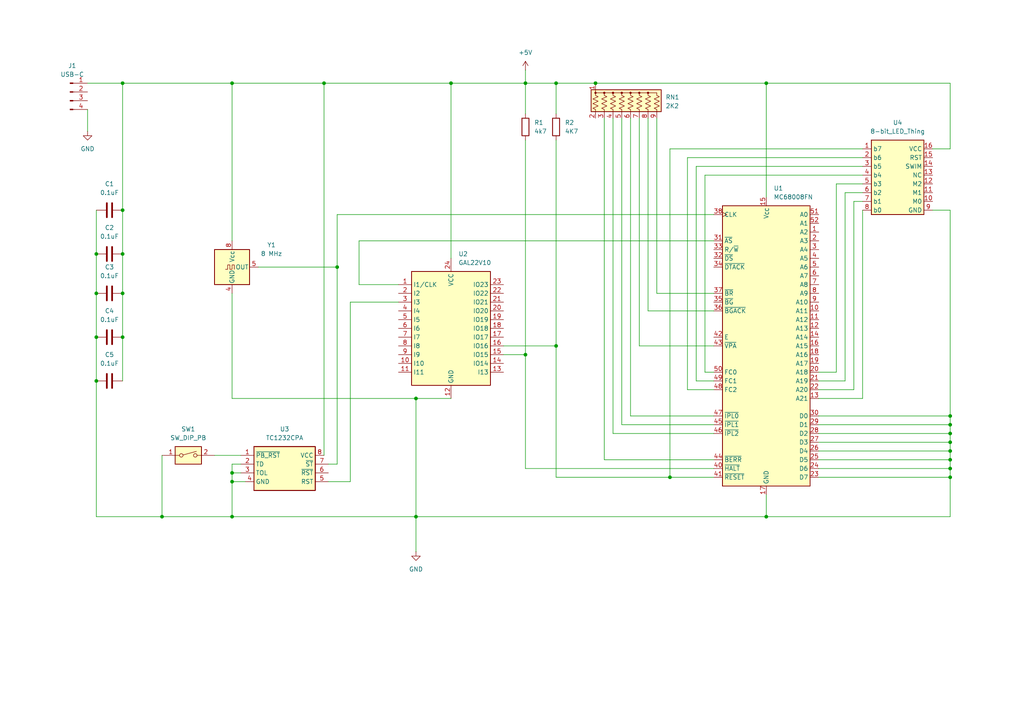
<source format=kicad_sch>
(kicad_sch (version 20250114) (generator "eeschema") (generator_version "9.0")
  (paper "A4")
  (title_block (title "68008 PLCC Tester") (date "2025-10-03") (company "Emil Lenc"))
  (lib_symbols
    (symbol "CPU_NXP_68000:MC68008FN"
      (property "Reference" "U" (at -11.684 42.164 0))
      (property "Value" "MC68008FN" (at 8.636 42.164 0))
      (symbol "MC68008FN_0_1"
        (rectangle (start -12.7 40.64) (end 12.7 -40.64) (stroke (width 0.254)) (fill (type background)))
      )
      (symbol "MC68008FN_1_1"
        (pin input clock (at -15.24 38.1 0) (length 2.54) (name "CLK") (number "38"))
        (pin tri_state line (at -15.24 30.48 0) (length 2.54) (name "~{AS}") (number "31"))
        (pin tri_state line (at -15.24 27.94 0) (length 2.54) (name "R/~{W}") (number "33"))
        (pin tri_state line (at -15.24 25.4 0) (length 2.54) (name "~{DS}") (number "32"))
        (pin input line (at -15.24 22.86 0) (length 2.54) (name "~{DTACK}") (number "34"))
        (pin input line (at -15.24 15.24 0) (length 2.54) (name "~{BR}") (number "37"))
        (pin output line (at -15.24 12.7 0) (length 2.54) (name "~{BG}") (number "35"))
        (pin input line (at -15.24 10.16 0) (length 2.54) (name "~{BGACK}") (number "36"))
        (pin output line (at -15.24 2.54 0) (length 2.54) (name "E") (number "42"))
        (pin input line (at -15.24 0 0) (length 2.54) (name "~{VPA}") (number "43"))
        (pin tri_state line (at -15.24 -7.62 0) (length 2.54) (name "FC0") (number "50"))
        (pin tri_state line (at -15.24 -10.16 0) (length 2.54) (name "FC1") (number "49"))
        (pin tri_state line (at -15.24 -12.7 0) (length 2.54) (name "FC2") (number "48"))
        (pin input line (at -15.24 -20.32 0) (length 2.54) (name "~{IPL0}") (number "47"))
        (pin input line (at -15.24 -22.86 0) (length 2.54) (name "~{IPL1}") (number "45"))
        (pin input line (at -15.24 -25.4 0) (length 2.54) (name "~{IPL2}") (number "46"))
        (pin input line (at -15.24 -33.02 0) (length 2.54) (name "~{BERR}") (number "44"))
        (pin bidirectional line (at -15.24 -35.56 0) (length 2.54) (name "~{HALT}") (number "40"))
        (pin bidirectional line (at -15.24 -38.1 0) (length 2.54) (name "~{RESET}") (number "41"))
        (pin power_in line (at 0 43.18 270) (length 2.54) (name "V_{CC}") (number "15"))
        (pin power_in line (at 0 -43.18 90) (length 2.54) (name "GND") (number "17"))
        (pin passive line (at 0 -43.18 90) (length 2.54) (hide yes) (name "GND") (number "39"))
        (pin tri_state line (at 15.24 38.1 180) (length 2.54) (name "A0") (number "51"))
        (pin tri_state line (at 15.24 35.56 180) (length 2.54) (name "A1") (number "52"))
        (pin tri_state line (at 15.24 33.02 180) (length 2.54) (name "A2") (number "1"))
        (pin tri_state line (at 15.24 30.48 180) (length 2.54) (name "A3") (number "2"))
        (pin tri_state line (at 15.24 27.94 180) (length 2.54) (name "A4") (number "3"))
        (pin tri_state line (at 15.24 25.4 180) (length 2.54) (name "A5") (number "4"))
        (pin tri_state line (at 15.24 22.86 180) (length 2.54) (name "A6") (number "5"))
        (pin tri_state line (at 15.24 20.32 180) (length 2.54) (name "A7") (number "6"))
        (pin tri_state line (at 15.24 17.78 180) (length 2.54) (name "A8") (number "7"))
        (pin tri_state line (at 15.24 15.24 180) (length 2.54) (name "A9") (number "8"))
        (pin tri_state line (at 15.24 12.7 180) (length 2.54) (name "A10") (number "9"))
        (pin tri_state line (at 15.24 10.16 180) (length 2.54) (name "A11") (number "10"))
        (pin tri_state line (at 15.24 7.62 180) (length 2.54) (name "A12") (number "11"))
        (pin tri_state line (at 15.24 5.08 180) (length 2.54) (name "A13") (number "12"))
        (pin tri_state line (at 15.24 2.54 180) (length 2.54) (name "A14") (number "14"))
        (pin tri_state line (at 15.24 0 180) (length 2.54) (name "A15") (number "16"))
        (pin tri_state line (at 15.24 -2.54 180) (length 2.54) (name "A16") (number "18"))
        (pin tri_state line (at 15.24 -5.08 180) (length 2.54) (name "A17") (number "19"))
        (pin tri_state line (at 15.24 -7.62 180) (length 2.54) (name "A18") (number "20"))
        (pin tri_state line (at 15.24 -10.16 180) (length 2.54) (name "A19") (number "21"))
        (pin tri_state line (at 15.24 -12.7 180) (length 2.54) (name "A20") (number "22"))
        (pin tri_state line (at 15.24 -15.24 180) (length 2.54) (name "A21") (number "13"))
        (pin bidirectional line (at 15.24 -20.32 180) (length 2.54) (name "D0") (number "30"))
        (pin bidirectional line (at 15.24 -22.86 180) (length 2.54) (name "D1") (number "29"))
        (pin bidirectional line (at 15.24 -25.4 180) (length 2.54) (name "D2") (number "28"))
        (pin bidirectional line (at 15.24 -27.94 180) (length 2.54) (name "D3") (number "27"))
        (pin bidirectional line (at 15.24 -30.48 180) (length 2.54) (name "D4") (number "26"))
        (pin bidirectional line (at 15.24 -33.02 180) (length 2.54) (name "D5") (number "25"))
        (pin bidirectional line (at 15.24 -35.56 180) (length 2.54) (name "D6") (number "24"))
        (pin bidirectional line (at 15.24 -38.1 180) (length 2.54) (name "D7") (number "23"))
      )
    )
    (symbol "Connector:Conn_01x04_Pin" (pin_names (offset 1.016) (hide yes))
      (property "Reference" "J" (at 0 5.08 0))
      (property "Value" "Conn_01x04_Pin" (at 0 -7.62 0))
      (symbol "Conn_01x04_Pin_1_1"
        (rectangle (start 0.8636 2.667) (end 0 2.413) (stroke (width 0.1524)) (fill (type outline)))
        (rectangle (start 0.8636 0.127) (end 0 -0.127) (stroke (width 0.1524)) (fill (type outline)))
        (rectangle (start 0.8636 -2.413) (end 0 -2.667) (stroke (width 0.1524)) (fill (type outline)))
        (rectangle (start 0.8636 -4.953) (end 0 -5.207) (stroke (width 0.1524)) (fill (type outline)))
        (polyline (pts (xy 1.27 2.54) (xy 0.8636 2.54)) (stroke (width 0.1524)))
        (polyline (pts (xy 1.27 0) (xy 0.8636 0)) (stroke (width 0.1524)))
        (polyline (pts (xy 1.27 -2.54) (xy 0.8636 -2.54)) (stroke (width 0.1524)))
        (polyline (pts (xy 1.27 -5.08) (xy 0.8636 -5.08)) (stroke (width 0.1524)))
        (pin passive line (at 5.08 2.54 180) (length 3.81) (name "Pin_1") (number "1"))
        (pin passive line (at 5.08 0 180) (length 3.81) (name "Pin_2") (number "2"))
        (pin passive line (at 5.08 -2.54 180) (length 3.81) (name "Pin_3") (number "3"))
        (pin passive line (at 5.08 -5.08 180) (length 3.81) (name "Pin_4") (number "4"))
      )
    )
    (symbol "Custom:8-bit_LED_Thing"
      (property "Reference" "U" (at -7.62 8.128 0))
      (property "Value" "8-bit_LED_Thing" (at -7.62 -16.51 0))
      (symbol "8-bit_LED_Thing_1_0"
        (pin input line (at -10.16 3.81 0) (length 2.54) (name "b7") (number "1"))
        (pin input line (at -10.16 1.27 0) (length 2.54) (name "b6") (number "2"))
        (pin input line (at -10.16 -1.27 0) (length 2.54) (name "b5") (number "3"))
        (pin input line (at -10.16 -3.81 0) (length 2.54) (name "b4") (number "4"))
        (pin input line (at -10.16 -6.35 0) (length 2.54) (name "b3") (number "5"))
        (pin input line (at -10.16 -8.89 0) (length 2.54) (name "b2") (number "6"))
        (pin input line (at -10.16 -11.43 0) (length 2.54) (name "b1") (number "7"))
        (pin input line (at -10.16 -13.97 0) (length 2.54) (name "b0") (number "8"))
        (pin power_in line (at 10.16 3.81 180) (length 2.54) (name "VCC") (number "16"))
        (pin input line (at 10.16 1.27 180) (length 2.54) (name "RST") (number "15"))
        (pin input line (at 10.16 -1.27 180) (length 2.54) (name "SWIM") (number "14"))
        (pin free line (at 10.16 -3.81 180) (length 2.54) (name "NC") (number "13"))
        (pin input line (at 10.16 -6.35 180) (length 2.54) (name "M2") (number "12"))
        (pin input line (at 10.16 -8.89 180) (length 2.54) (name "M1") (number "11"))
        (pin input line (at 10.16 -11.43 180) (length 2.54) (name "M0") (number "10"))
        (pin power_in line (at 10.16 -13.97 180) (length 2.54) (name "GND") (number "9"))
      )
      (symbol "8-bit_LED_Thing_1_1"
        (rectangle (start -7.62 6.35) (end 7.62 -15.24) (stroke (width 0.254)) (fill (type background)))
      )
    )
    (symbol "Custom:SW_DIP_PB" (pin_names (offset 0) (hide yes))
      (property "Reference" "SW" (at 0 6.35 0))
      (property "Value" "SW_DIP_PB" (at 0 -2.54 0))
      (symbol "SW_DIP_PB_0_0"
        (circle (center -2.032 2.54) (radius 0.508))
        (polyline (pts (xy -1.524 2.667) (xy 2.3622 3.7084)))
        (circle (center 2.032 2.54) (radius 0.508))
      )
      (symbol "SW_DIP_PB_0_1"
        (rectangle (start -3.81 5.08) (end 3.81 0) (stroke (width 0.254)) (fill (type background)))
      )
      (symbol "SW_DIP_PB_1_1"
        (pin passive line (at -7.62 2.54 0) (length 5.08) (name "~") (number "1"))
        (pin passive line (at 7.62 2.54 180) (length 5.08) (name "~") (number "2"))
      )
    )
    (symbol "Custom:TC1232CPA"
      (property "Reference" "U" (at -10.16 8.89 0))
      (property "Value" "TC1232CPA" (at 2.54 8.89 0))
      (symbol "TC1232CPA_0_1"
        (rectangle (start -8.89 7.62) (end 8.89 -5.08) (stroke (width 0.254)) (fill (type background)))
        (rectangle (start -8.89 7.62) (end 8.89 -5.08) (stroke (width 0.254)) (fill (type background)))
      )
      (symbol "TC1232CPA_1_0"
        (pin power_in line (at -11.43 -2.54 0) (length 2.54) (name "GND") (number "4"))
        (pin power_in line (at 11.43 5.08 180) (length 2.54) (name "VCC") (number "8"))
      )
      (symbol "TC1232CPA_1_1"
        (pin input line (at -12.7 5.08 0) (length 3.81) (name "~{PB_RST}") (number "1"))
        (pin input line (at -12.7 2.54 0) (length 3.81) (name "TD") (number "2"))
        (pin input line (at -12.7 0 0) (length 3.81) (name "TOL") (number "3"))
        (pin input line (at 12.7 2.54 180) (length 3.81) (name "~{ST}") (number "7"))
        (pin output line (at 12.7 0 180) (length 3.81) (name "~{RST}") (number "6"))
        (pin output line (at 12.7 -2.54 180) (length 3.81) (name "RST") (number "5"))
      )
    )
    (symbol "Device:C" (pin_numbers (hide yes)) (pin_names (offset 0.254))
      (property "Reference" "C" (at 0.635 2.54 0))
      (property "Value" "C" (at 0.635 -2.54 0))
      (symbol "C_0_1"
        (polyline (pts (xy -2.032 0.762) (xy 2.032 0.762)) (stroke (width 0.508)))
        (polyline (pts (xy -2.032 -0.762) (xy 2.032 -0.762)) (stroke (width 0.508)))
      )
      (symbol "C_1_1"
        (pin passive line (at 0 3.81 270) (length 2.794) (name "~") (number "1"))
        (pin passive line (at 0 -3.81 90) (length 2.794) (name "~") (number "2"))
      )
    )
    (symbol "Device:R" (pin_numbers (hide yes)) (pin_names (offset 0))
      (property "Reference" "R" (at 2.032 0 90))
      (property "Value" "R" (at 0 0 90))
      (symbol "R_0_1"
        (rectangle (start -1.016 -2.54) (end 1.016 2.54) (stroke (width 0.254)))
      )
      (symbol "R_1_1"
        (pin passive line (at 0 3.81 270) (length 1.27) (name "~") (number "1"))
        (pin passive line (at 0 -3.81 90) (length 1.27) (name "~") (number "2"))
      )
    )
    (symbol "Device:R_Network08_US" (pin_names (offset 0) (hide yes))
      (property "Reference" "RN" (at -12.7 0 90))
      (property "Value" "R_Network08_US" (at 10.16 0 90))
      (symbol "R_Network08_US_0_1"
        (rectangle (start -11.43 -3.175) (end 8.89 3.175) (stroke (width 0.254)) (fill (type background)))
        (circle (center -10.16 2.286) (radius 0.254) (fill (type outline)))
        (polyline (pts (xy -10.16 2.286) (xy 7.62 2.286)))
        (polyline (pts (xy -10.16 2.286) (xy -10.16 1.524) (xy -9.398 1.1684) (xy -10.922 0.508) (xy -9.398 -0.1524) (xy -10.922 -0.8382) (xy -9.398 -1.524) (xy -10.922 -2.1844) (xy -10.16 -2.54) (xy -10.16 -3.81)))
        (circle (center -7.62 2.286) (radius 0.254) (fill (type outline)))
        (polyline (pts (xy -7.62 2.286) (xy -7.62 1.524) (xy -6.858 1.1684) (xy -8.382 0.508) (xy -6.858 -0.1524) (xy -8.382 -0.8382) (xy -6.858 -1.524) (xy -8.382 -2.1844) (xy -7.62 -2.54) (xy -7.62 -3.81)))
        (circle (center -5.08 2.286) (radius 0.254) (fill (type outline)))
        (polyline (pts (xy -5.08 2.286) (xy -5.08 1.524) (xy -4.318 1.1684) (xy -5.842 0.508) (xy -4.318 -0.1524) (xy -5.842 -0.8382) (xy -4.318 -1.524) (xy -5.842 -2.1844) (xy -5.08 -2.54) (xy -5.08 -3.81)))
        (circle (center -2.54 2.286) (radius 0.254) (fill (type outline)))
        (polyline (pts (xy -2.54 2.286) (xy -2.54 1.524) (xy -1.778 1.1684) (xy -3.302 0.508) (xy -1.778 -0.1524) (xy -3.302 -0.8382) (xy -1.778 -1.524) (xy -3.302 -2.1844) (xy -2.54 -2.54) (xy -2.54 -3.81)))
        (circle (center 0 2.286) (radius 0.254) (fill (type outline)))
        (polyline (pts (xy 0 2.286) (xy 0 1.524) (xy 0.762 1.1684) (xy -0.762 0.508) (xy 0.762 -0.1524) (xy -0.762 -0.8382) (xy 0.762 -1.524) (xy -0.762 -2.1844) (xy 0 -2.54) (xy 0 -3.81)))
        (polyline (pts (xy 2.54 2.286) (xy 2.54 1.524) (xy 3.302 1.1684) (xy 1.778 0.508) (xy 3.302 -0.1524) (xy 1.778 -0.8382) (xy 3.302 -1.524) (xy 1.778 -2.1844) (xy 2.54 -2.54) (xy 2.54 -3.81)))
        (circle (center 2.54 2.286) (radius 0.254) (fill (type outline)))
        (polyline (pts (xy 5.08 2.286) (xy 5.08 1.524) (xy 5.842 1.1684) (xy 4.318 0.508) (xy 5.842 -0.1524) (xy 4.318 -0.8382) (xy 5.842 -1.524) (xy 4.318 -2.1844) (xy 5.08 -2.54) (xy 5.08 -3.81)))
        (circle (center 5.08 2.286) (radius 0.254) (fill (type outline)))
        (polyline (pts (xy 7.62 2.286) (xy 7.62 1.524) (xy 8.382 1.1684) (xy 6.858 0.508) (xy 8.382 -0.1524) (xy 6.858 -0.8382) (xy 8.382 -1.524) (xy 6.858 -2.1844) (xy 7.62 -2.54) (xy 7.62 -3.81)))
      )
      (symbol "R_Network08_US_1_1"
        (pin passive line (at -10.16 5.08 270) (length 2.54) (name "common") (number "1"))
        (pin passive line (at -10.16 -5.08 90) (length 1.27) (name "R1") (number "2"))
        (pin passive line (at -7.62 -5.08 90) (length 1.27) (name "R2") (number "3"))
        (pin passive line (at -5.08 -5.08 90) (length 1.27) (name "R3") (number "4"))
        (pin passive line (at -2.54 -5.08 90) (length 1.27) (name "R4") (number "5"))
        (pin passive line (at 0 -5.08 90) (length 1.27) (name "R5") (number "6"))
        (pin passive line (at 2.54 -5.08 90) (length 1.27) (name "R6") (number "7"))
        (pin passive line (at 5.08 -5.08 90) (length 1.27) (name "R7") (number "8"))
        (pin passive line (at 7.62 -5.08 90) (length 1.27) (name "R8") (number "9"))
      )
    )
    (symbol "Logic_Programmable:PEEL22CV10AP"
      (property "Reference" "U" (at 0 0 0))
      (property "Value" "PEEL22CV10AP" (at 0 0 0))
      (symbol "PEEL22CV10AP_1_0"
        (pin power_in line (at 0 20.32 270) (length 3.81) (name "VCC") (number "24"))
        (pin power_in line (at 0 -20.32 90) (length 3.81) (name "GND") (number "12"))
      )
      (symbol "PEEL22CV10AP_1_1"
        (rectangle (start -11.43 16.51) (end 11.43 -16.51) (stroke (width 0.254)) (fill (type background)))
        (pin input line (at -15.24 12.7 0) (length 3.81) (name "I1/CLK") (number "1"))
        (pin input line (at -15.24 10.16 0) (length 3.81) (name "I2") (number "2"))
        (pin input line (at -15.24 7.62 0) (length 3.81) (name "I3") (number "3"))
        (pin input line (at -15.24 5.08 0) (length 3.81) (name "I4") (number "4"))
        (pin input line (at -15.24 2.54 0) (length 3.81) (name "I5") (number "5"))
        (pin input line (at -15.24 0 0) (length 3.81) (name "I6") (number "6"))
        (pin input line (at -15.24 -2.54 0) (length 3.81) (name "I7") (number "7"))
        (pin input line (at -15.24 -5.08 0) (length 3.81) (name "I8") (number "8"))
        (pin input line (at -15.24 -7.62 0) (length 3.81) (name "I9") (number "9"))
        (pin input line (at -15.24 -10.16 0) (length 3.81) (name "I10") (number "10"))
        (pin input line (at -15.24 -12.7 0) (length 3.81) (name "I11") (number "11"))
        (pin tri_state line (at 15.24 12.7 180) (length 3.81) (name "IO23") (number "23"))
        (pin tri_state line (at 15.24 10.16 180) (length 3.81) (name "IO22") (number "22"))
        (pin tri_state line (at 15.24 7.62 180) (length 3.81) (name "IO21") (number "21"))
        (pin tri_state line (at 15.24 5.08 180) (length 3.81) (name "IO20") (number "20"))
        (pin tri_state line (at 15.24 2.54 180) (length 3.81) (name "IO19") (number "19"))
        (pin tri_state line (at 15.24 0 180) (length 3.81) (name "IO18") (number "18"))
        (pin tri_state line (at 15.24 -2.54 180) (length 3.81) (name "IO17") (number "17"))
        (pin tri_state line (at 15.24 -5.08 180) (length 3.81) (name "IO16") (number "16"))
        (pin tri_state line (at 15.24 -7.62 180) (length 3.81) (name "IO15") (number "15"))
        (pin tri_state line (at 15.24 -10.16 180) (length 3.81) (name "IO14") (number "14"))
        (pin input line (at 15.24 -12.7 180) (length 3.81) (name "I13") (number "13"))
      )
    )
    (symbol "Oscillator:CXO_DIP8" (pin_names (offset 0.254))
      (property "Reference" "Y1" (at 11.43 6.4202 0))
      (property "Value" "CXO_DIP8" (at 11.43 3.8802 0))
      (symbol "CXO_DIP8_0_1"
        (rectangle (start -5.08 5.08) (end 5.08 -5.08) (stroke (width 0.254)) (fill (type background)))
        (polyline (pts (xy -1.905 -0.635) (xy -1.27 -0.635) (xy -1.27 0.635) (xy -0.635 0.635) (xy -0.635 -0.635) (xy 0 -0.635) (xy 0 0.635) (xy 0.635 0.635) (xy 0.635 -0.635)))
      )
      (symbol "CXO_DIP8_1_1"
        (pin power_in line (at 0 7.62 270) (length 2.54) (name "Vcc") (number "8"))
        (pin power_in line (at 0 -7.62 90) (length 2.54) (name "GND") (number "4"))
        (pin output line (at 7.62 0 180) (length 2.54) (name "OUT") (number "5"))
      )
    )
    (symbol "power:+5V" (power) (pin_numbers (hide yes)) (pin_names (offset 0) (hide yes))
      (property "Value" "+5V" (at 0 3.556 0))
      (symbol "+5V_0_1"
        (polyline (pts (xy -0.762 1.27) (xy 0 2.54)))
        (polyline (pts (xy 0 2.54) (xy 0.762 1.27)))
        (polyline (pts (xy 0 0) (xy 0 2.54)))
      )
      (symbol "+5V_1_1"
        (pin power_in line (at 0 0 90) (length 0) (name "~") (number "1"))
      )
    )
    (symbol "power:GND" (power) (pin_numbers (hide yes)) (pin_names (offset 0) (hide yes))
      (property "Value" "GND" (at 0 -3.81 0))
      (symbol "GND_0_1"
        (polyline (pts (xy 0 0) (xy 0 -1.27) (xy 1.27 -1.27) (xy 0 -2.54) (xy -1.27 -1.27) (xy 0 -1.27)))
      )
      (symbol "GND_1_1"
        (pin power_in line (at 0 0 270) (length 0) (name "~") (number "1"))
      )
    )
  )
  (junction (at 67.31 139.7))
  (junction (at 161.29 100.33))
  (junction (at 161.29 24.13))
  (junction (at 222.25 24.13))
  (junction (at 194.31 138.43))
  (junction (at 35.56 24.13))
  (junction (at 67.31 137.16))
  (junction (at 275.59 135.89))
  (junction (at 275.59 128.27))
  (junction (at 130.81 24.13))
  (junction (at 67.31 24.13))
  (junction (at 46.99 149.86))
  (junction (at 67.31 149.86))
  (junction (at 172.72 24.13))
  (junction (at 35.56 85.09))
  (junction (at 27.94 85.09))
  (junction (at 97.79 77.47))
  (junction (at 275.59 125.73))
  (junction (at 27.94 110.49))
  (junction (at 152.4 102.87))
  (junction (at 275.59 130.81))
  (junction (at 35.56 60.96))
  (junction (at 152.4 24.13))
  (junction (at 35.56 73.66))
  (junction (at 275.59 120.65))
  (junction (at 93.98 24.13))
  (junction (at 222.25 149.86))
  (junction (at 35.56 97.79))
  (junction (at 27.94 73.66))
  (junction (at 27.94 97.79))
  (junction (at 275.59 138.43))
  (junction (at 120.65 149.86))
  (junction (at 120.65 115.57))
  (junction (at 275.59 133.35))
  (junction (at 275.59 123.19))
  (wire (pts (xy 250.19 43.18) (xy 194.31 43.18)))
  (wire (pts (xy 27.94 110.49) (xy 27.94 149.86)))
  (wire (pts (xy 152.4 135.89) (xy 207.01 135.89)))
  (wire (pts (xy 247.65 113.03) (xy 247.65 58.42)))
  (wire (pts (xy 222.25 143.51) (xy 222.25 149.86)))
  (wire (pts (xy 245.11 55.88) (xy 250.19 55.88)))
  (wire (pts (xy 101.6 87.63) (xy 115.57 87.63)))
  (wire (pts (xy 177.8 125.73) (xy 207.01 125.73)))
  (wire (pts (xy 67.31 139.7) (xy 71.12 139.7)))
  (wire (pts (xy 97.79 134.62) (xy 97.79 77.47)))
  (wire (pts (xy 237.49 115.57) (xy 250.19 115.57)))
  (wire (pts (xy 120.65 149.86) (xy 120.65 160.02)))
  (wire (pts (xy 180.34 123.19) (xy 180.34 34.29)))
  (wire (pts (xy 237.49 138.43) (xy 275.59 138.43)))
  (wire (pts (xy 237.49 120.65) (xy 275.59 120.65)))
  (wire (pts (xy 152.4 102.87) (xy 152.4 135.89)))
  (wire (pts (xy 182.88 120.65) (xy 207.01 120.65)))
  (wire (pts (xy 27.94 73.66) (xy 27.94 85.09)))
  (wire (pts (xy 152.4 24.13) (xy 161.29 24.13)))
  (wire (pts (xy 69.85 134.62) (xy 67.31 134.62)))
  (wire (pts (xy 190.5 34.29) (xy 190.5 85.09)))
  (wire (pts (xy 204.47 107.95) (xy 207.01 107.95)))
  (wire (pts (xy 199.39 113.03) (xy 207.01 113.03)))
  (wire (pts (xy 35.56 60.96) (xy 35.56 73.66)))
  (wire (pts (xy 237.49 128.27) (xy 275.59 128.27)))
  (wire (pts (xy 237.49 125.73) (xy 275.59 125.73)))
  (wire (pts (xy 177.8 34.29) (xy 177.8 125.73)))
  (wire (pts (xy 95.25 139.7) (xy 101.6 139.7)))
  (wire (pts (xy 35.56 97.79) (xy 35.56 110.49)))
  (wire (pts (xy 161.29 138.43) (xy 194.31 138.43)))
  (wire (pts (xy 270.51 43.18) (xy 275.59 43.18)))
  (wire (pts (xy 97.79 62.23) (xy 97.79 77.47)))
  (wire (pts (xy 35.56 85.09) (xy 35.56 97.79)))
  (wire (pts (xy 201.93 48.26) (xy 250.19 48.26)))
  (wire (pts (xy 182.88 34.29) (xy 182.88 120.65)))
  (wire (pts (xy 95.25 134.62) (xy 97.79 134.62)))
  (wire (pts (xy 237.49 123.19) (xy 275.59 123.19)))
  (wire (pts (xy 185.42 34.29) (xy 185.42 100.33)))
  (wire (pts (xy 172.72 24.13) (xy 222.25 24.13)))
  (wire (pts (xy 245.11 110.49) (xy 245.11 55.88)))
  (wire (pts (xy 247.65 58.42) (xy 250.19 58.42)))
  (wire (pts (xy 69.85 137.16) (xy 67.31 137.16)))
  (wire (pts (xy 46.99 149.86) (xy 67.31 149.86)))
  (wire (pts (xy 152.4 20.32) (xy 152.4 24.13)))
  (wire (pts (xy 237.49 135.89) (xy 275.59 135.89)))
  (wire (pts (xy 146.05 102.87) (xy 152.4 102.87)))
  (wire (pts (xy 120.65 115.57) (xy 120.65 149.86)))
  (wire (pts (xy 194.31 138.43) (xy 207.01 138.43)))
  (wire (pts (xy 237.49 110.49) (xy 245.11 110.49)))
  (wire (pts (xy 161.29 100.33) (xy 161.29 138.43)))
  (wire (pts (xy 25.4 31.75) (xy 25.4 38.1)))
  (wire (pts (xy 130.81 24.13) (xy 130.81 74.93)))
  (wire (pts (xy 275.59 138.43) (xy 275.59 149.86)))
  (wire (pts (xy 194.31 43.18) (xy 194.31 138.43)))
  (wire (pts (xy 35.56 24.13) (xy 67.31 24.13)))
  (wire (pts (xy 185.42 100.33) (xy 207.01 100.33)))
  (wire (pts (xy 27.94 85.09) (xy 27.94 97.79)))
  (wire (pts (xy 67.31 137.16) (xy 67.31 139.7)))
  (wire (pts (xy 207.01 123.19) (xy 180.34 123.19)))
  (wire (pts (xy 275.59 123.19) (xy 275.59 125.73)))
  (wire (pts (xy 242.57 53.34) (xy 250.19 53.34)))
  (wire (pts (xy 67.31 139.7) (xy 67.31 149.86)))
  (wire (pts (xy 275.59 60.96) (xy 275.59 120.65)))
  (wire (pts (xy 201.93 110.49) (xy 207.01 110.49)))
  (wire (pts (xy 97.79 62.23) (xy 207.01 62.23)))
  (wire (pts (xy 104.14 69.85) (xy 104.14 82.55)))
  (wire (pts (xy 25.4 24.13) (xy 35.56 24.13)))
  (wire (pts (xy 130.81 24.13) (xy 152.4 24.13)))
  (wire (pts (xy 222.25 24.13) (xy 222.25 57.15)))
  (wire (pts (xy 204.47 50.8) (xy 204.47 107.95)))
  (wire (pts (xy 275.59 138.43) (xy 275.59 135.89)))
  (wire (pts (xy 46.99 132.08) (xy 46.99 149.86)))
  (wire (pts (xy 204.47 50.8) (xy 250.19 50.8)))
  (wire (pts (xy 152.4 33.02) (xy 152.4 24.13)))
  (wire (pts (xy 67.31 134.62) (xy 67.31 137.16)))
  (wire (pts (xy 190.5 85.09) (xy 207.01 85.09)))
  (wire (pts (xy 35.56 24.13) (xy 35.56 60.96)))
  (wire (pts (xy 250.19 115.57) (xy 250.19 60.96)))
  (wire (pts (xy 74.93 77.47) (xy 97.79 77.47)))
  (wire (pts (xy 275.59 133.35) (xy 275.59 130.81)))
  (wire (pts (xy 275.59 120.65) (xy 275.59 123.19)))
  (wire (pts (xy 104.14 69.85) (xy 207.01 69.85)))
  (wire (pts (xy 120.65 149.86) (xy 222.25 149.86)))
  (wire (pts (xy 161.29 24.13) (xy 172.72 24.13)))
  (wire (pts (xy 67.31 24.13) (xy 93.98 24.13)))
  (wire (pts (xy 187.96 34.29) (xy 187.96 90.17)))
  (wire (pts (xy 67.31 69.85) (xy 67.31 24.13)))
  (wire (pts (xy 201.93 48.26) (xy 201.93 110.49)))
  (wire (pts (xy 27.94 60.96) (xy 27.94 73.66)))
  (wire (pts (xy 35.56 73.66) (xy 35.56 85.09)))
  (wire (pts (xy 104.14 82.55) (xy 115.57 82.55)))
  (wire (pts (xy 237.49 113.03) (xy 247.65 113.03)))
  (wire (pts (xy 62.23 132.08) (xy 69.85 132.08)))
  (wire (pts (xy 67.31 115.57) (xy 120.65 115.57)))
  (wire (pts (xy 222.25 24.13) (xy 275.59 24.13)))
  (wire (pts (xy 27.94 149.86) (xy 46.99 149.86)))
  (wire (pts (xy 199.39 113.03) (xy 199.39 45.72)))
  (wire (pts (xy 175.26 133.35) (xy 207.01 133.35)))
  (wire (pts (xy 27.94 97.79) (xy 27.94 110.49)))
  (wire (pts (xy 187.96 90.17) (xy 207.01 90.17)))
  (wire (pts (xy 199.39 45.72) (xy 250.19 45.72)))
  (wire (pts (xy 152.4 40.64) (xy 152.4 102.87)))
  (wire (pts (xy 275.59 125.73) (xy 275.59 128.27)))
  (wire (pts (xy 175.26 34.29) (xy 175.26 133.35)))
  (wire (pts (xy 270.51 60.96) (xy 275.59 60.96)))
  (wire (pts (xy 161.29 33.02) (xy 161.29 24.13)))
  (wire (pts (xy 237.49 107.95) (xy 242.57 107.95)))
  (wire (pts (xy 161.29 40.64) (xy 161.29 100.33)))
  (wire (pts (xy 93.98 24.13) (xy 93.98 132.08)))
  (wire (pts (xy 67.31 149.86) (xy 120.65 149.86)))
  (wire (pts (xy 222.25 149.86) (xy 275.59 149.86)))
  (wire (pts (xy 237.49 133.35) (xy 275.59 133.35)))
  (wire (pts (xy 242.57 107.95) (xy 242.57 53.34)))
  (wire (pts (xy 93.98 24.13) (xy 130.81 24.13)))
  (wire (pts (xy 237.49 130.81) (xy 275.59 130.81)))
  (wire (pts (xy 146.05 100.33) (xy 161.29 100.33)))
  (wire (pts (xy 275.59 43.18) (xy 275.59 24.13)))
  (wire (pts (xy 130.81 115.57) (xy 120.65 115.57)))
  (wire (pts (xy 101.6 139.7) (xy 101.6 87.63)))
  (wire (pts (xy 275.59 135.89) (xy 275.59 133.35)))
  (wire (pts (xy 67.31 85.09) (xy 67.31 115.57)))
  (wire (pts (xy 275.59 130.81) (xy 275.59 128.27)))
  (symbol (lib_id "Device:C") (at 31.75 73.66 90) (unit 1)
    (property "Reference" "C2" (at 31.75 66.04 90))
    (property "Value" "0.1uF" (at 31.75 68.58 90))
    (property "Footprint" "Capacitor_THT:C_Disc_D6.0mm_W2.5mm_P5.00mm" (effects (hide yes)))
    (property "Description" "Unpolarized capacitor" (effects (hide yes)))
  )
  (symbol (lib_id "CPU_NXP_68000:MC68008FN") (at 222.25 100.33 0) (unit 1)
    (property "Reference" "U1" (at 224.3933 54.61 0) (effects (justify left)))
    (property "Value" "MC68008FN" (at 224.3933 57.15 0) (effects (justify left)))
    (property "Footprint" "Package_LCC:PLCC-52_THT-Socket" (effects (hide yes)))
    (property "Datasheet" "https://archive.org/details/bitsavers_motorola68Apr85_5825575/mode/1up" (effects (hide yes)))
    (property "Description" "8/32-bit microprocessor, 8-bit external data bus, 22-bit external address bus, PLCC-52 (case 778-01/778-02)" (effects (hide yes)))
  )
  (symbol (lib_id "Device:C") (at 31.75 85.09 90) (unit 1)
    (property "Reference" "C3" (at 31.75 77.47 90))
    (property "Value" "0.1uF" (at 31.75 80.01 90))
    (property "Footprint" "Capacitor_THT:C_Disc_D6.0mm_W2.5mm_P5.00mm" (effects (hide yes)))
    (property "Description" "Unpolarized capacitor" (effects (hide yes)))
  )
  (symbol (lib_id "power:GND") (at 25.4 38.1 0) (unit 1)
    (property "Reference" "#PWR03" (effects (hide yes)))
    (property "Value" "GND" (at 25.4 43.18 0))
    (property "Description" "Power symbol creates a global label with name \"GND\" , ground" (effects (hide yes)))
  )
  (symbol (lib_id "Custom:SW_DIP_PB") (at 54.61 134.62 0) (unit 1)
    (property "Reference" "SW1" (at 54.61 124.46 0))
    (property "Value" "SW_DIP_PB" (at 54.61 127 0))
    (property "Footprint" "Button_Switch_THT:SW_Tactile_Straight_KSA0Axx1LFTR" (effects (hide yes)))
    (property "Description" "3x DIP Switch, Single Pole Single Throw (SPST) switch, small symbol" (effects (hide yes)))
  )
  (symbol (lib_id "power:GND") (at 120.65 160.02 0) (unit 1)
    (property "Reference" "#PWR02" (effects (hide yes)))
    (property "Value" "GND" (at 120.65 165.1 0))
    (property "Description" "Power symbol creates a global label with name \"GND\" , ground" (effects (hide yes)))
  )
  (symbol (lib_id "Device:R") (at 161.29 36.83 0) (unit 1)
    (property "Reference" "R2" (at 163.83 35.5599 0) (effects (justify left)))
    (property "Value" "4K7" (at 163.83 38.0999 0) (effects (justify left)))
    (property "Footprint" "Resistor_THT:R_Axial_DIN0309_L9.0mm_D3.2mm_P12.70mm_Horizontal" (effects (hide yes)))
    (property "Description" "Resistor" (effects (hide yes)))
  )
  (symbol (lib_id "Logic_Programmable:PEEL22CV10AP") (at 130.81 95.25 0) (unit 1)
    (property "Reference" "U2" (at 132.9533 73.66 0) (effects (justify left)))
    (property "Value" "GAL22V10" (at 132.9533 76.2 0) (effects (justify left)))
    (property "Footprint" "Package_DIP:DIP-24_W7.62mm_Socket_LongPads" (effects (hide yes)))
    (property "Datasheet" "https://www.alldatasheet.com/datasheet-pdf/pdf/149182/ANACHIP/PEEL22CV10AP-15L.html" (effects (hide yes)))
    (property "Description" "Not in Production, CMOS Programmable Electrically Erasable Logic Device, DIP-24" (effects (hide yes)))
  )
  (symbol (lib_id "Device:R_Network08_US") (at 182.88 29.21 0) (unit 1)
    (property "Reference" "RN1" (at 193.04 28.1939 0) (effects (justify left)))
    (property "Value" "2K2" (at 193.04 30.7339 0) (effects (justify left)))
    (property "Footprint" "Resistor_THT:R_Array_SIP9" (effects (hide yes)))
    (property "Datasheet" "http://www.vishay.com/docs/31509/csc.pdf" (effects (hide yes)))
    (property "Description" "8 resistor network, star topology, bussed resistors, small US symbol" (effects (hide yes)))
  )
  (symbol (lib_id "Device:C") (at 31.75 97.79 90) (unit 1)
    (property "Reference" "C4" (at 31.75 90.17 90))
    (property "Value" "0.1uF" (at 31.75 92.71 90))
    (property "Footprint" "Capacitor_THT:C_Disc_D6.0mm_W2.5mm_P5.00mm" (effects (hide yes)))
    (property "Description" "Unpolarized capacitor" (effects (hide yes)))
  )
  (symbol (lib_id "Oscillator:CXO_DIP8") (at 67.31 77.47 0) (unit 1)
    (property "Reference" "Y1" (at 78.74 71.0498 0))
    (property "Value" "8 MHz" (at 78.74 73.5898 0))
    (property "Footprint" "Package_DIP:DIP-8_W7.62mm_Socket_LongPads" (effects (hide yes)))
    (property "Datasheet" "http://cdn-reichelt.de/documents/datenblatt/B400/OSZI.pdf" (effects (hide yes)))
    (property "Description" "Crystal Clock Oscillator, DIP8-style metal package" (effects (hide yes)))
  )
  (symbol (lib_id "Device:R") (at 152.4 36.83 0) (unit 1)
    (property "Reference" "R1" (at 154.94 35.5599 0) (effects (justify left)))
    (property "Value" "4k7" (at 154.94 38.0999 0) (effects (justify left)))
    (property "Footprint" "Resistor_THT:R_Axial_DIN0309_L9.0mm_D3.2mm_P12.70mm_Horizontal" (effects (hide yes)))
    (property "Description" "Resistor" (effects (hide yes)))
  )
  (symbol (lib_id "power:+5V") (at 152.4 20.32 0) (unit 1)
    (property "Reference" "#PWR01" (effects (hide yes)))
    (property "Value" "+5V" (at 152.4 15.24 0))
    (property "Description" "Power symbol creates a global label with name \"+5V\"" (effects (hide yes)))
  )
  (symbol (lib_id "Device:C") (at 31.75 60.96 90) (unit 1)
    (property "Reference" "C1" (at 31.75 53.34 90))
    (property "Value" "0.1uF" (at 31.75 55.88 90))
    (property "Footprint" "Capacitor_THT:C_Disc_D6.0mm_W2.5mm_P5.00mm" (effects (hide yes)))
    (property "Description" "Unpolarized capacitor" (effects (hide yes)))
  )
  (symbol (lib_id "Custom:8-bit_LED_Thing") (at 260.35 46.99 0) (unit 1)
    (property "Reference" "U4" (at 260.35 35.56 0))
    (property "Value" "8-bit_LED_Thing" (at 260.35 38.1 0))
    (property "Footprint" "Package_DIP:DIP-16_W12mm_Socket_LongPads" (effects (hide yes)))
    (property "Datasheet" "https://digicoolthings.com/8-bit-led-thing-this-is-pretty-cool/" (effects (hide yes)))
    (property "Description" "8-bit LED Thing" (effects (hide yes)))
  )
  (symbol (lib_id "Device:C") (at 31.75 110.49 90) (unit 1)
    (property "Reference" "C5" (at 31.75 102.87 90))
    (property "Value" "0.1uF" (at 31.75 105.41 90))
    (property "Footprint" "Capacitor_THT:C_Disc_D6.0mm_W2.5mm_P5.00mm" (effects (hide yes)))
    (property "Description" "Unpolarized capacitor" (effects (hide yes)))
  )
  (symbol (lib_id "Custom:TC1232CPA") (at 82.55 137.16 0) (unit 1)
    (property "Reference" "U3" (at 82.55 124.46 0))
    (property "Value" "TC1232CPA" (at 82.55 127 0))
    (property "Footprint" "Package_DIP:DIP-8_W7.62mm_Socket_LongPads" (effects (hide yes)))
    (property "Datasheet" "https://ww1.microchip.com/downloads/en/DeviceDoc/20001370E.pdf" (effects (hide yes)))
    (property "Description" "Microprocessor monitor" (effects (hide yes)))
  )
  (symbol (lib_id "Connector:Conn_01x04_Pin") (at 20.32 26.67 0) (unit 1)
    (property "Reference" "J1" (at 20.955 19.05 0))
    (property "Value" "USB-C" (at 20.955 21.59 0))
    (property "Footprint" "Connector_PinHeader_2.54mm:PinHeader_1x04_P2.54mm_Vertical" (effects (hide yes)))
    (property "Description" "Generic connector, single row, 01x04, script generated" (effects (hide yes)))
  )
)
</source>
